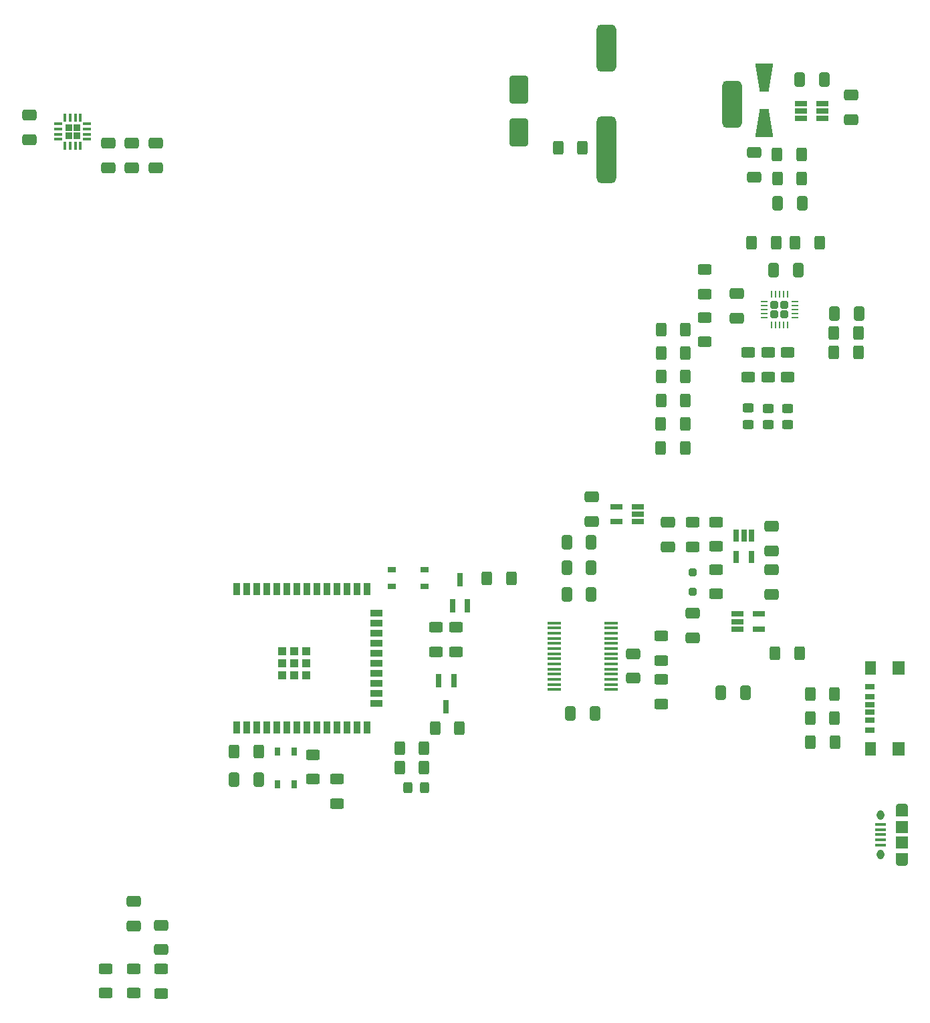
<source format=gbr>
%TF.GenerationSoftware,KiCad,Pcbnew,7.0.5-0*%
%TF.CreationDate,2024-03-26T18:43:31-04:00*%
%TF.ProjectId,PanneauSolaire,50616e6e-6561-4755-936f-6c616972652e,rev?*%
%TF.SameCoordinates,Original*%
%TF.FileFunction,Paste,Top*%
%TF.FilePolarity,Positive*%
%FSLAX46Y46*%
G04 Gerber Fmt 4.6, Leading zero omitted, Abs format (unit mm)*
G04 Created by KiCad (PCBNEW 7.0.5-0) date 2024-03-26 18:43:31*
%MOMM*%
%LPD*%
G01*
G04 APERTURE LIST*
G04 Aperture macros list*
%AMRoundRect*
0 Rectangle with rounded corners*
0 $1 Rounding radius*
0 $2 $3 $4 $5 $6 $7 $8 $9 X,Y pos of 4 corners*
0 Add a 4 corners polygon primitive as box body*
4,1,4,$2,$3,$4,$5,$6,$7,$8,$9,$2,$3,0*
0 Add four circle primitives for the rounded corners*
1,1,$1+$1,$2,$3*
1,1,$1+$1,$4,$5*
1,1,$1+$1,$6,$7*
1,1,$1+$1,$8,$9*
0 Add four rect primitives between the rounded corners*
20,1,$1+$1,$2,$3,$4,$5,0*
20,1,$1+$1,$4,$5,$6,$7,0*
20,1,$1+$1,$6,$7,$8,$9,0*
20,1,$1+$1,$8,$9,$2,$3,0*%
%AMOutline4P*
0 Free polygon, 4 corners , with rotation*
0 The origin of the aperture is its center*
0 number of corners: always 4*
0 $1 to $8 corner X, Y*
0 $9 Rotation angle, in degrees counterclockwise*
0 create outline with 4 corners*
4,1,4,$1,$2,$3,$4,$5,$6,$7,$8,$1,$2,$9*%
G04 Aperture macros list end*
%ADD10R,1.050000X0.650000*%
%ADD11RoundRect,0.250000X0.400000X0.625000X-0.400000X0.625000X-0.400000X-0.625000X0.400000X-0.625000X0*%
%ADD12R,1.050000X1.050000*%
%ADD13R,0.900000X1.500000*%
%ADD14R,1.500000X0.900000*%
%ADD15RoundRect,0.250000X-0.625000X0.400000X-0.625000X-0.400000X0.625000X-0.400000X0.625000X0.400000X0*%
%ADD16R,0.650000X1.560000*%
%ADD17RoundRect,0.250000X-0.412500X-0.650000X0.412500X-0.650000X0.412500X0.650000X-0.412500X0.650000X0*%
%ADD18RoundRect,0.250000X-0.450000X0.325000X-0.450000X-0.325000X0.450000X-0.325000X0.450000X0.325000X0*%
%ADD19RoundRect,0.250000X0.650000X-0.412500X0.650000X0.412500X-0.650000X0.412500X-0.650000X-0.412500X0*%
%ADD20RoundRect,0.250000X-0.650000X0.412500X-0.650000X-0.412500X0.650000X-0.412500X0.650000X0.412500X0*%
%ADD21RoundRect,0.625000X-0.625000X2.375000X-0.625000X-2.375000X0.625000X-2.375000X0.625000X2.375000X0*%
%ADD22RoundRect,0.625000X-0.625000X3.625000X-0.625000X-3.625000X0.625000X-3.625000X0.625000X3.625000X0*%
%ADD23RoundRect,0.250000X0.412500X0.650000X-0.412500X0.650000X-0.412500X-0.650000X0.412500X-0.650000X0*%
%ADD24RoundRect,0.250000X-0.400000X-0.625000X0.400000X-0.625000X0.400000X0.625000X-0.400000X0.625000X0*%
%ADD25R,0.800000X1.800000*%
%ADD26RoundRect,0.250000X0.625000X-0.400000X0.625000X0.400000X-0.625000X0.400000X-0.625000X-0.400000X0*%
%ADD27R,1.200000X0.700000*%
%ADD28R,1.200000X0.760000*%
%ADD29R,1.200000X0.800000*%
%ADD30R,1.350000X1.800000*%
%ADD31R,1.500000X1.800000*%
%ADD32RoundRect,0.250000X0.250000X-0.250000X0.250000X0.250000X-0.250000X0.250000X-0.250000X-0.250000X0*%
%ADD33RoundRect,0.250000X-0.255000X-0.255000X0.255000X-0.255000X0.255000X0.255000X-0.255000X0.255000X0*%
%ADD34RoundRect,0.062500X-0.350000X-0.062500X0.350000X-0.062500X0.350000X0.062500X-0.350000X0.062500X0*%
%ADD35RoundRect,0.062500X-0.062500X-0.350000X0.062500X-0.350000X0.062500X0.350000X-0.062500X0.350000X0*%
%ADD36R,0.900000X0.900000*%
%ADD37R,1.105000X0.350000*%
%ADD38R,0.350000X1.105000*%
%ADD39R,1.560000X0.650000*%
%ADD40Outline4P,-1.800000X-1.150000X1.800000X-0.550000X1.800000X0.550000X-1.800000X1.150000X270.000000*%
%ADD41Outline4P,-1.800000X-1.150000X1.800000X-0.550000X1.800000X0.550000X-1.800000X1.150000X90.000000*%
%ADD42RoundRect,0.250000X0.900000X-1.500000X0.900000X1.500000X-0.900000X1.500000X-0.900000X-1.500000X0*%
%ADD43RoundRect,0.250000X-0.325000X-0.450000X0.325000X-0.450000X0.325000X0.450000X-0.325000X0.450000X0*%
%ADD44R,1.750000X0.450000*%
%ADD45R,0.650000X1.050000*%
%ADD46O,1.550000X0.890000*%
%ADD47O,0.950000X1.250000*%
%ADD48R,1.350000X0.400000*%
%ADD49R,1.550000X1.200000*%
%ADD50R,1.550000X1.500000*%
G04 APERTURE END LIST*
D10*
%TO.C,SW3*%
X101425000Y-92425000D03*
X105575000Y-92425000D03*
X105575000Y-94575000D03*
X101425000Y-94575000D03*
%TD*%
D11*
%TO.C,R39*%
X116550000Y-93500000D03*
X113450000Y-93500000D03*
%TD*%
D12*
%TO.C,U4*%
X90600000Y-102795000D03*
X89075000Y-102795000D03*
X87550000Y-102795000D03*
X90600000Y-104320000D03*
X89075000Y-104320000D03*
X87550000Y-104320000D03*
X90600000Y-105845000D03*
X89075000Y-105845000D03*
X87550000Y-105845000D03*
D13*
X81735000Y-94890000D03*
X83005000Y-94890000D03*
X84275000Y-94890000D03*
X85545000Y-94890000D03*
X86815000Y-94890000D03*
X88085000Y-94890000D03*
X89355000Y-94890000D03*
X90625000Y-94890000D03*
X91895000Y-94890000D03*
X93165000Y-94890000D03*
X94435000Y-94890000D03*
X95705000Y-94890000D03*
X96975000Y-94890000D03*
X98245000Y-94890000D03*
D14*
X99495000Y-97920000D03*
X99495000Y-99190000D03*
X99495000Y-100460000D03*
X99495000Y-101730000D03*
X99495000Y-103000000D03*
X99495000Y-104270000D03*
X99495000Y-105540000D03*
X99495000Y-106810000D03*
X99495000Y-108080000D03*
X99495000Y-109350000D03*
D13*
X98245000Y-112390000D03*
X96975000Y-112390000D03*
X95705000Y-112390000D03*
X94435000Y-112390000D03*
X93165000Y-112390000D03*
X91895000Y-112390000D03*
X90625000Y-112390000D03*
X89355000Y-112390000D03*
X88085000Y-112390000D03*
X86815000Y-112390000D03*
X85545000Y-112390000D03*
X84275000Y-112390000D03*
X83005000Y-112390000D03*
X81735000Y-112390000D03*
%TD*%
D15*
%TO.C,R10*%
X142500000Y-92400000D03*
X142500000Y-95500000D03*
%TD*%
D16*
%TO.C,U2*%
X146950000Y-88150000D03*
X146000000Y-88150000D03*
X145050000Y-88150000D03*
X145050000Y-90850000D03*
X146950000Y-90850000D03*
%TD*%
D17*
%TO.C,C7*%
X143037500Y-108000000D03*
X146162500Y-108000000D03*
%TD*%
D11*
%TO.C,R29*%
X110000000Y-112500000D03*
X106900000Y-112500000D03*
%TD*%
D18*
%TO.C,D2*%
X151562500Y-72000000D03*
X151562500Y-74050000D03*
%TD*%
D19*
%TO.C,C17*%
X159550000Y-35425000D03*
X159550000Y-32300000D03*
%TD*%
%TO.C,C6*%
X149500000Y-95562500D03*
X149500000Y-92437500D03*
%TD*%
D20*
%TO.C,C24*%
X65500000Y-38397500D03*
X65500000Y-41522500D03*
%TD*%
D15*
%TO.C,R9*%
X142500000Y-86400000D03*
X142500000Y-89500000D03*
%TD*%
D20*
%TO.C,C5*%
X139500000Y-97937500D03*
X139500000Y-101062500D03*
%TD*%
%TO.C,C23*%
X71500000Y-38397500D03*
X71500000Y-41522500D03*
%TD*%
D18*
%TO.C,D1*%
X146562500Y-71975000D03*
X146562500Y-74025000D03*
%TD*%
D21*
%TO.C,L1*%
X128600000Y-26350000D03*
D22*
X128600000Y-39250000D03*
D21*
X144500000Y-33500000D03*
%TD*%
D20*
%TO.C,C22*%
X55500000Y-34897500D03*
X55500000Y-38022500D03*
%TD*%
D23*
%TO.C,C11*%
X126675000Y-89000000D03*
X123550000Y-89000000D03*
%TD*%
D24*
%TO.C,R30*%
X102400000Y-115000000D03*
X105500000Y-115000000D03*
%TD*%
D25*
%TO.C,Q2*%
X109250000Y-106500000D03*
X107350000Y-106500000D03*
X108300000Y-109800000D03*
%TD*%
%TO.C,Q1*%
X109100000Y-97000000D03*
X111000000Y-97000000D03*
X110050000Y-93700000D03*
%TD*%
D19*
%TO.C,C12*%
X132000000Y-106187500D03*
X132000000Y-103062500D03*
%TD*%
D17*
%TO.C,C1*%
X149757500Y-54500000D03*
X152882500Y-54500000D03*
%TD*%
D24*
%TO.C,R31*%
X135512500Y-65000000D03*
X138612500Y-65000000D03*
%TD*%
D11*
%TO.C,R38*%
X150062500Y-51000000D03*
X146962500Y-51000000D03*
%TD*%
%TO.C,R34*%
X138612500Y-68000000D03*
X135512500Y-68000000D03*
%TD*%
D24*
%TO.C,R3*%
X157400000Y-62450000D03*
X160500000Y-62450000D03*
%TD*%
D26*
%TO.C,R6*%
X151562500Y-68050000D03*
X151562500Y-64950000D03*
%TD*%
D27*
%TO.C,J2*%
X161967500Y-110500000D03*
D28*
X161967500Y-108480000D03*
D29*
X161967500Y-107250000D03*
D27*
X161967500Y-109500000D03*
D28*
X161967500Y-111520000D03*
D29*
X161967500Y-112750000D03*
D30*
X162022500Y-115125000D03*
D31*
X165602500Y-115125000D03*
D30*
X162022500Y-104875000D03*
D31*
X165602500Y-104875000D03*
%TD*%
D19*
%TO.C,C14*%
X72200000Y-140562500D03*
X72200000Y-137437500D03*
%TD*%
D26*
%TO.C,R13*%
X135500000Y-109425000D03*
X135500000Y-106325000D03*
%TD*%
D11*
%TO.C,R32*%
X138612500Y-62000000D03*
X135512500Y-62000000D03*
%TD*%
D32*
%TO.C,D4*%
X139500000Y-95250000D03*
X139500000Y-92750000D03*
%TD*%
D33*
%TO.C,U1*%
X149875000Y-58875000D03*
X149875000Y-60125000D03*
X151125000Y-58875000D03*
X151125000Y-60125000D03*
D34*
X148562500Y-58500000D03*
X148562500Y-59000000D03*
X148562500Y-59500000D03*
X148562500Y-60000000D03*
X148562500Y-60500000D03*
D35*
X149500000Y-61437500D03*
X150000000Y-61437500D03*
X150500000Y-61437500D03*
X151000000Y-61437500D03*
X151500000Y-61437500D03*
D34*
X152437500Y-60500000D03*
X152437500Y-60000000D03*
X152437500Y-59500000D03*
X152437500Y-59000000D03*
X152437500Y-58500000D03*
D35*
X151500000Y-57562500D03*
X151000000Y-57562500D03*
X150500000Y-57562500D03*
X150000000Y-57562500D03*
X149500000Y-57562500D03*
%TD*%
D11*
%TO.C,R37*%
X155562500Y-51000000D03*
X152462500Y-51000000D03*
%TD*%
D26*
%TO.C,R7*%
X149062500Y-68050000D03*
X149062500Y-64950000D03*
%TD*%
D11*
%TO.C,R35*%
X138550000Y-74000000D03*
X135450000Y-74000000D03*
%TD*%
D20*
%TO.C,C2*%
X145062500Y-57487500D03*
X145062500Y-60612500D03*
%TD*%
D19*
%TO.C,C19*%
X147300000Y-42762500D03*
X147300000Y-39637500D03*
%TD*%
D24*
%TO.C,R33*%
X135512500Y-71000000D03*
X138612500Y-71000000D03*
%TD*%
D36*
%TO.C,U8*%
X60475000Y-36435000D03*
X60475000Y-37485000D03*
X61525000Y-36435000D03*
X61525000Y-37485000D03*
D37*
X59197500Y-35985000D03*
X59197500Y-36635000D03*
X59197500Y-37285000D03*
X59197500Y-37935000D03*
D38*
X60025000Y-38762500D03*
X60675000Y-38762500D03*
X61325000Y-38762500D03*
X61975000Y-38762500D03*
D37*
X62802500Y-37935000D03*
X62802500Y-37285000D03*
X62802500Y-36635000D03*
X62802500Y-35985000D03*
D38*
X61975000Y-35157500D03*
X61325000Y-35157500D03*
X60675000Y-35157500D03*
X60025000Y-35157500D03*
%TD*%
D24*
%TO.C,R27*%
X149950000Y-103000000D03*
X153050000Y-103000000D03*
%TD*%
D11*
%TO.C,R11*%
X157500000Y-111200000D03*
X154400000Y-111200000D03*
%TD*%
D24*
%TO.C,R4*%
X157400000Y-64950000D03*
X160500000Y-64950000D03*
%TD*%
D15*
%TO.C,R1*%
X141062500Y-54450000D03*
X141062500Y-57550000D03*
%TD*%
%TO.C,R19*%
X109500000Y-99750000D03*
X109500000Y-102850000D03*
%TD*%
D17*
%TO.C,C20*%
X150250000Y-46000000D03*
X153375000Y-46000000D03*
%TD*%
D19*
%TO.C,C16*%
X126700000Y-86362500D03*
X126700000Y-83237500D03*
%TD*%
D23*
%TO.C,C10*%
X126675000Y-92200000D03*
X123550000Y-92200000D03*
%TD*%
D15*
%TO.C,R2*%
X141062500Y-60500000D03*
X141062500Y-63600000D03*
%TD*%
D17*
%TO.C,C3*%
X157437500Y-60000000D03*
X160562500Y-60000000D03*
%TD*%
D39*
%TO.C,U7*%
X153262500Y-33412500D03*
X153262500Y-34362500D03*
X153262500Y-35312500D03*
X155962500Y-35312500D03*
X155962500Y-34362500D03*
X155962500Y-33412500D03*
%TD*%
D40*
%TO.C,D6*%
X148550000Y-30100000D03*
D41*
X148550000Y-35900000D03*
%TD*%
D19*
%TO.C,C21*%
X68700000Y-137562500D03*
X68700000Y-134437500D03*
%TD*%
D11*
%TO.C,R23*%
X153300000Y-39862500D03*
X150200000Y-39862500D03*
%TD*%
D23*
%TO.C,C8*%
X127162500Y-110600000D03*
X124037500Y-110600000D03*
%TD*%
D42*
%TO.C,D7*%
X117500000Y-37062500D03*
X117500000Y-31662500D03*
%TD*%
D43*
%TO.C,D5*%
X103475000Y-120000000D03*
X105525000Y-120000000D03*
%TD*%
D24*
%TO.C,R36*%
X135450000Y-77000000D03*
X138550000Y-77000000D03*
%TD*%
%TO.C,R28*%
X154450000Y-114300000D03*
X157550000Y-114300000D03*
%TD*%
%TO.C,R22*%
X150250000Y-42862500D03*
X153350000Y-42862500D03*
%TD*%
D20*
%TO.C,C15*%
X136400000Y-86437500D03*
X136400000Y-89562500D03*
%TD*%
D23*
%TO.C,C13*%
X84562500Y-119000000D03*
X81437500Y-119000000D03*
%TD*%
D44*
%TO.C,U5*%
X122000000Y-99175000D03*
X122000000Y-99825000D03*
X122000000Y-100475000D03*
X122000000Y-101125000D03*
X122000000Y-101775000D03*
X122000000Y-102425000D03*
X122000000Y-103075000D03*
X122000000Y-103725000D03*
X122000000Y-104375000D03*
X122000000Y-105025000D03*
X122000000Y-105675000D03*
X122000000Y-106325000D03*
X122000000Y-106975000D03*
X122000000Y-107625000D03*
X129200000Y-107625000D03*
X129200000Y-106975000D03*
X129200000Y-106325000D03*
X129200000Y-105675000D03*
X129200000Y-105025000D03*
X129200000Y-104375000D03*
X129200000Y-103725000D03*
X129200000Y-103075000D03*
X129200000Y-102425000D03*
X129200000Y-101775000D03*
X129200000Y-101125000D03*
X129200000Y-100475000D03*
X129200000Y-99825000D03*
X129200000Y-99175000D03*
%TD*%
D39*
%TO.C,U6*%
X132550000Y-86350000D03*
X132550000Y-85400000D03*
X132550000Y-84450000D03*
X129850000Y-84450000D03*
X129850000Y-86350000D03*
%TD*%
D11*
%TO.C,R12*%
X157500000Y-108210000D03*
X154400000Y-108210000D03*
%TD*%
D26*
%TO.C,R24*%
X72200000Y-146100000D03*
X72200000Y-143000000D03*
%TD*%
D11*
%TO.C,R26*%
X125550000Y-39000000D03*
X122450000Y-39000000D03*
%TD*%
D26*
%TO.C,R16*%
X91400000Y-118950000D03*
X91400000Y-115850000D03*
%TD*%
%TO.C,R15*%
X94500000Y-122050000D03*
X94500000Y-118950000D03*
%TD*%
D17*
%TO.C,C18*%
X153050000Y-30362500D03*
X156175000Y-30362500D03*
%TD*%
D23*
%TO.C,C9*%
X126675000Y-95550000D03*
X123550000Y-95550000D03*
%TD*%
D45*
%TO.C,SW1*%
X89075000Y-115500000D03*
X89075000Y-119650000D03*
X86925000Y-115500000D03*
X86925000Y-119650000D03*
%TD*%
D46*
%TO.C,J4*%
X166000000Y-129500000D03*
D47*
X163300000Y-128500000D03*
X163300000Y-123500000D03*
D46*
X166000000Y-122500000D03*
D48*
X163300000Y-127300000D03*
X163300000Y-126650000D03*
X163300000Y-126000000D03*
X163300000Y-125350000D03*
X163300000Y-124700000D03*
D49*
X166000000Y-128900000D03*
D50*
X166000000Y-127000000D03*
X166000000Y-125000000D03*
D49*
X166000000Y-123100000D03*
%TD*%
D18*
%TO.C,D3*%
X149062500Y-72000000D03*
X149062500Y-74050000D03*
%TD*%
D20*
%TO.C,C25*%
X68500000Y-38397500D03*
X68500000Y-41522500D03*
%TD*%
D24*
%TO.C,R17*%
X81450000Y-115500000D03*
X84550000Y-115500000D03*
%TD*%
D26*
%TO.C,R21*%
X65200000Y-146050000D03*
X65200000Y-142950000D03*
%TD*%
D15*
%TO.C,R8*%
X139500000Y-86450000D03*
X139500000Y-89550000D03*
%TD*%
D26*
%TO.C,R14*%
X135500000Y-103925000D03*
X135500000Y-100825000D03*
%TD*%
%TO.C,R20*%
X107000000Y-102850000D03*
X107000000Y-99750000D03*
%TD*%
%TO.C,R5*%
X146562500Y-68050000D03*
X146562500Y-64950000D03*
%TD*%
D39*
%TO.C,U3*%
X145150000Y-98050000D03*
X145150000Y-99000000D03*
X145150000Y-99950000D03*
X147850000Y-99950000D03*
X147850000Y-98050000D03*
%TD*%
D26*
%TO.C,R25*%
X68700000Y-146050000D03*
X68700000Y-142950000D03*
%TD*%
D24*
%TO.C,R18*%
X102400000Y-117500000D03*
X105500000Y-117500000D03*
%TD*%
D20*
%TO.C,C4*%
X149500000Y-86937500D03*
X149500000Y-90062500D03*
%TD*%
M02*

</source>
